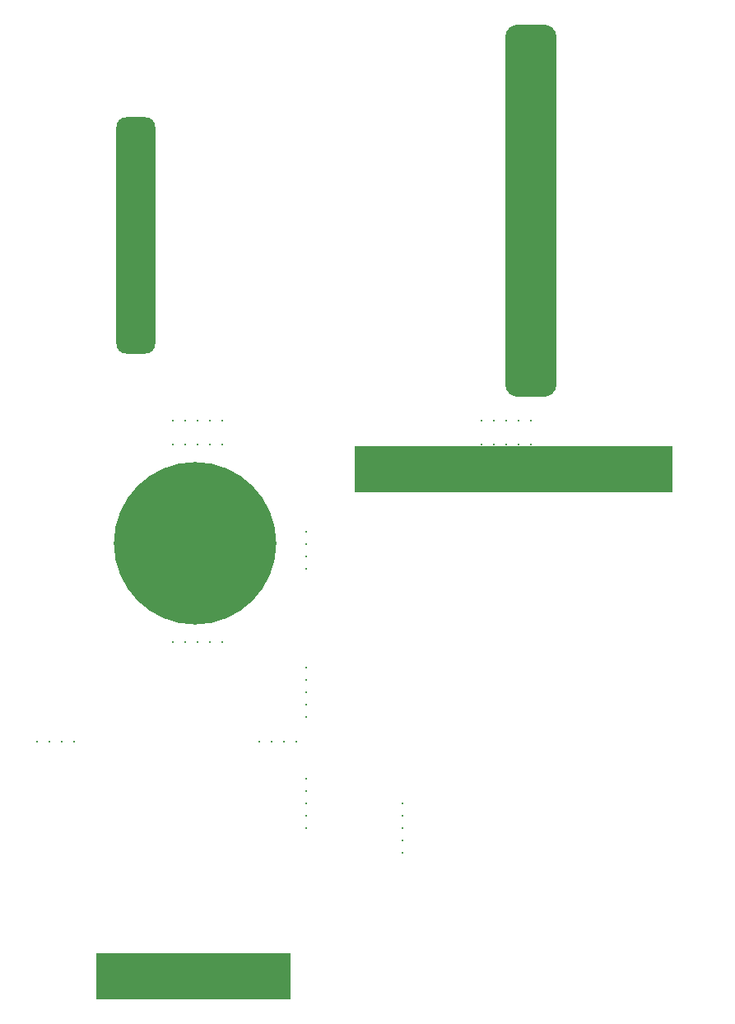
<source format=gbs>
G04*
G04 #@! TF.GenerationSoftware,Altium Limited,Altium Designer,19.1.8 (144)*
G04*
G04 Layer_Color=16711935*
%FSLAX24Y24*%
%MOIN*%
G70*
G01*
G75*
%ADD19R,1.2880X0.1880*%
%ADD20R,0.7880X0.1880*%
%ADD21C,0.0080*%
G04:AMPARAMS|DCode=22|XSize=1508mil|YSize=208mil|CornerRadius=54mil|HoleSize=0mil|Usage=FLASHONLY|Rotation=90.000|XOffset=0mil|YOffset=0mil|HoleType=Round|Shape=RoundedRectangle|*
%AMROUNDEDRECTD22*
21,1,1.5080,0.1000,0,0,90.0*
21,1,1.4000,0.2080,0,0,90.0*
1,1,0.1080,0.0500,0.7000*
1,1,0.1080,0.0500,-0.7000*
1,1,0.1080,-0.0500,-0.7000*
1,1,0.1080,-0.0500,0.7000*
%
%ADD22ROUNDEDRECTD22*%
G04:AMPARAMS|DCode=23|XSize=958mil|YSize=158mil|CornerRadius=41.5mil|HoleSize=0mil|Usage=FLASHONLY|Rotation=90.000|XOffset=0mil|YOffset=0mil|HoleType=Round|Shape=RoundedRectangle|*
%AMROUNDEDRECTD23*
21,1,0.9580,0.0750,0,0,90.0*
21,1,0.8750,0.1580,0,0,90.0*
1,1,0.0830,0.0375,0.4375*
1,1,0.0830,0.0375,-0.4375*
1,1,0.0830,-0.0375,-0.4375*
1,1,0.0830,-0.0375,0.4375*
%
%ADD23ROUNDEDRECTD23*%
%ADD24C,0.6580*%
D19*
X19800Y19550D02*
D03*
D20*
X6827Y-1000D02*
D03*
D21*
X11400Y9500D02*
D03*
Y10000D02*
D03*
X11400Y11500D02*
D03*
Y11000D02*
D03*
X11400Y10500D02*
D03*
X15300Y4000D02*
D03*
Y4500D02*
D03*
Y5000D02*
D03*
Y5500D02*
D03*
X15300Y6000D02*
D03*
X11400Y5000D02*
D03*
X11400Y5500D02*
D03*
Y6000D02*
D03*
Y6500D02*
D03*
X11400Y7000D02*
D03*
X500Y8500D02*
D03*
X1000D02*
D03*
X1500D02*
D03*
X2000Y8500D02*
D03*
X11000Y8500D02*
D03*
X10500Y8500D02*
D03*
X10000D02*
D03*
X9500Y8500D02*
D03*
X6000Y12550D02*
D03*
X6500Y12550D02*
D03*
X7000D02*
D03*
X7500D02*
D03*
X8000D02*
D03*
X11400Y16500D02*
D03*
Y16000D02*
D03*
X11400Y15500D02*
D03*
X11400Y17000D02*
D03*
X8000Y21500D02*
D03*
Y20550D02*
D03*
X6000Y21500D02*
D03*
X6500D02*
D03*
X7000D02*
D03*
X7500D02*
D03*
X6000Y20550D02*
D03*
X6500D02*
D03*
X7000D02*
D03*
X7500D02*
D03*
X18500Y21500D02*
D03*
X19000D02*
D03*
X19500D02*
D03*
X20000D02*
D03*
X20500D02*
D03*
X18500Y20550D02*
D03*
X19000D02*
D03*
X19500D02*
D03*
X20000D02*
D03*
X20500D02*
D03*
D22*
X20500Y30000D02*
D03*
D23*
X4500Y29000D02*
D03*
D24*
X6900Y16550D02*
D03*
M02*

</source>
